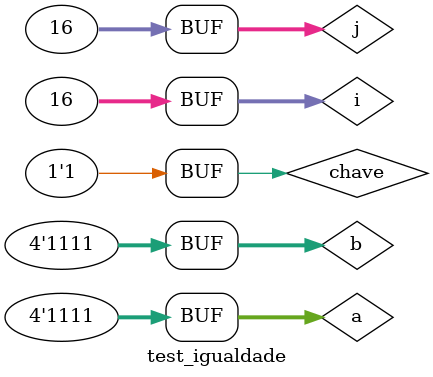
<source format=v>


module igualdade (output s, input a0, a1, a2, a3, b0, b1, b2, b3);
    
    wire s0, s1, s2, s3;
    
    xnor XNOR0(s0, a0, b0);
    xnor XNOR1(s1, a1, b1);
    xnor XNOR2(s2, a2, b2);
    xnor XNOR3(s3, a3, b3);
    
    assign s = s0 & s1 & s2 & s3;
 
endmodule

// -------------------------
//  comparador para desigualdade
// ------------------------- 
module desigualdade (output s, input a0, a1, a2, a3, b0, b1, b2, b3);
    
    wire s0, s1, s2, s3;
    
    xor XOR0(s0, a0, b0);
    xor XOR1(s1, a1, b1);
    xor XOR2(s2, a2, b2);
    xor XOR3(s3, a3, b3);
    
    assign s = s0 | s1 | s2 | s3;
 
endmodule


module MUX(output s0, input x,y, seletor);
    wire  notseletor, sa1, sa2;
    
    
    not NOT1 (notseletor, seletor);
    and AND1(sa1, x, seletor);
    and AND2(sa2, y, notseletor);
    or OR1  (s0, sa1, sa2);
    
endmodule    



// -------------------------
//  comparador
// ------------------------- 
module comparador (output s, input a0, a1, a2, a3, b0, b1, b2, b3, seletor);
    
    wire d, i;
    
    desigualdade D1(d , a0, a1, a2, a3, b0, b1, b2, b3);
    igualdade I1(i , a0, a1, a2, a3, b0, b1, b2, b3);
    MUX M1(s, d,i, seletor);
    
 
endmodule

module test_igualdade; 
// ------------------------- definir dados       
    reg  [3:0] a;       
    reg  [3:0] b;              
    reg chave;
    wire resp; 
    integer i, j;
 
   comparador Comp(resp, a[0], a[1], a[2], a[3], b[0], b[1], b[2], b[3], chave);
// ------------------------- parte principal  
    initial begin        
        
      
      $display("Exemplo0803 - Larissa Domingues Gomes - 650525");     
      $display("Test LUs igualdade"); 
      
      $display("chave  a    =  b       resp");
      
      $monitor("%b      %b    %b    %b",chave, a, b, resp);
      
    

    for ( i = 0; i < 16; i = i + 1) begin
    for ( j = 0; j < 16; j = j + 1) begin
        #1 a=i; b=j; chave = 1'b0;
    end
    end
   
    for ( i = 0; i < 16; i = i + 1) begin
    for ( j = 0; j < 16; j = j + 1) begin
        #1 a=i; b=j; chave = 1'b1;
    end
    end
   
    end 
 
endmodule // test_igualdade 
</source>
